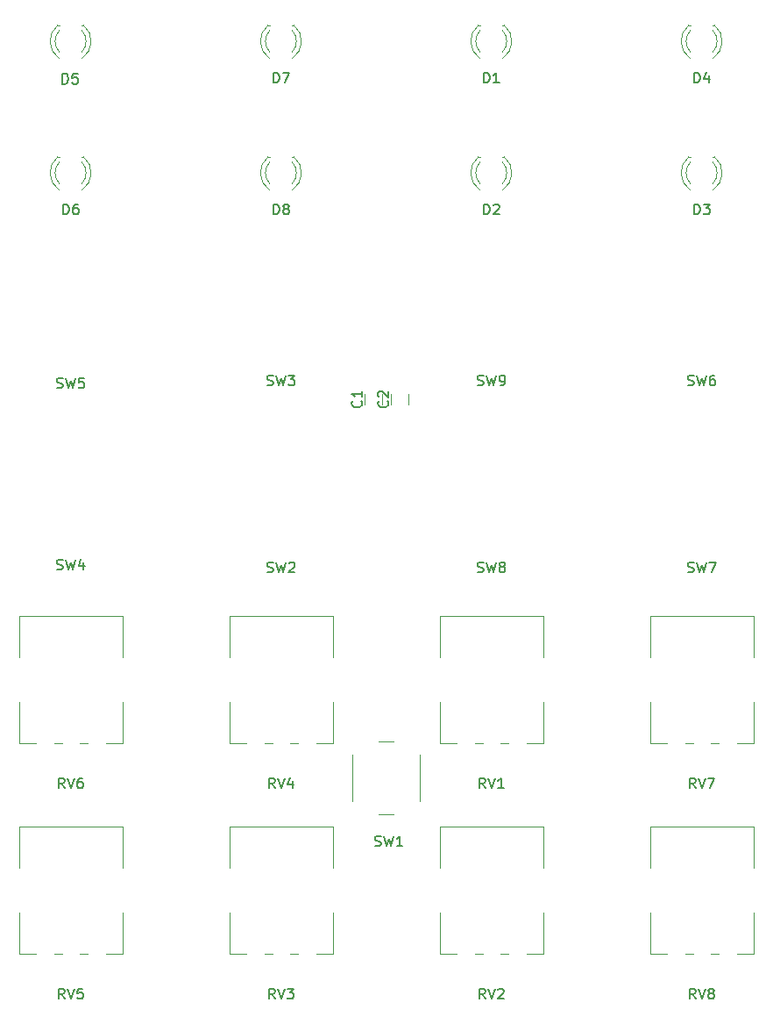
<source format=gbr>
G04 #@! TF.GenerationSoftware,KiCad,Pcbnew,(5.0.1-3-g963ef8bb5)*
G04 #@! TF.CreationDate,2018-11-04T19:12:54+08:00*
G04 #@! TF.ProjectId,SubSequence,53756253657175656E63652E6B696361,rev?*
G04 #@! TF.SameCoordinates,Original*
G04 #@! TF.FileFunction,Legend,Top*
G04 #@! TF.FilePolarity,Positive*
%FSLAX46Y46*%
G04 Gerber Fmt 4.6, Leading zero omitted, Abs format (unit mm)*
G04 Created by KiCad (PCBNEW (5.0.1-3-g963ef8bb5)) date 2018 November 04, Sunday 19:12:54*
%MOMM*%
%LPD*%
G01*
G04 APERTURE LIST*
%ADD10C,0.120000*%
%ADD11C,0.150000*%
G04 APERTURE END LIST*
D10*
G04 #@! TO.C,SW1*
X153149560Y-128560880D02*
X151649560Y-128560880D01*
X149149560Y-129810880D02*
X149149560Y-134310880D01*
X151649560Y-135560880D02*
X153149560Y-135560880D01*
X155649560Y-134310880D02*
X155649560Y-129810880D01*
G04 #@! TO.C,C1*
X151980000Y-96004000D02*
X151980000Y-95004000D01*
X150280000Y-95004000D02*
X150280000Y-96004000D01*
G04 #@! TO.C,C2*
X152820000Y-95004000D02*
X152820000Y-96004000D01*
X154520000Y-96004000D02*
X154520000Y-95004000D01*
G04 #@! TO.C,D8*
X143318608Y-75332335D02*
G75*
G03X143475516Y-72100000I-1078608J1672335D01*
G01*
X141161392Y-75332335D02*
G75*
G02X141004484Y-72100000I1078608J1672335D01*
G01*
X143319837Y-74701130D02*
G75*
G03X143320000Y-72619039I-1079837J1041130D01*
G01*
X141160163Y-74701130D02*
G75*
G02X141160000Y-72619039I1079837J1041130D01*
G01*
X143476000Y-72100000D02*
X143320000Y-72100000D01*
X141160000Y-72100000D02*
X141004000Y-72100000D01*
G04 #@! TO.C,D7*
X141160000Y-59400000D02*
X141004000Y-59400000D01*
X143476000Y-59400000D02*
X143320000Y-59400000D01*
X141160163Y-62001130D02*
G75*
G02X141160000Y-59919039I1079837J1041130D01*
G01*
X143319837Y-62001130D02*
G75*
G03X143320000Y-59919039I-1079837J1041130D01*
G01*
X141161392Y-62632335D02*
G75*
G02X141004484Y-59400000I1078608J1672335D01*
G01*
X143318608Y-62632335D02*
G75*
G03X143475516Y-59400000I-1078608J1672335D01*
G01*
G04 #@! TO.C,D6*
X122998608Y-75332335D02*
G75*
G03X123155516Y-72100000I-1078608J1672335D01*
G01*
X120841392Y-75332335D02*
G75*
G02X120684484Y-72100000I1078608J1672335D01*
G01*
X122999837Y-74701130D02*
G75*
G03X123000000Y-72619039I-1079837J1041130D01*
G01*
X120840163Y-74701130D02*
G75*
G02X120840000Y-72619039I1079837J1041130D01*
G01*
X123156000Y-72100000D02*
X123000000Y-72100000D01*
X120840000Y-72100000D02*
X120684000Y-72100000D01*
G04 #@! TO.C,D5*
X120840000Y-59400000D02*
X120684000Y-59400000D01*
X123156000Y-59400000D02*
X123000000Y-59400000D01*
X120840163Y-62001130D02*
G75*
G02X120840000Y-59919039I1079837J1041130D01*
G01*
X122999837Y-62001130D02*
G75*
G03X123000000Y-59919039I-1079837J1041130D01*
G01*
X120841392Y-62632335D02*
G75*
G02X120684484Y-59400000I1078608J1672335D01*
G01*
X122998608Y-62632335D02*
G75*
G03X123155516Y-59400000I-1078608J1672335D01*
G01*
G04 #@! TO.C,D3*
X183958608Y-75332335D02*
G75*
G03X184115516Y-72100000I-1078608J1672335D01*
G01*
X181801392Y-75332335D02*
G75*
G02X181644484Y-72100000I1078608J1672335D01*
G01*
X183959837Y-74701130D02*
G75*
G03X183960000Y-72619039I-1079837J1041130D01*
G01*
X181800163Y-74701130D02*
G75*
G02X181800000Y-72619039I1079837J1041130D01*
G01*
X184116000Y-72100000D02*
X183960000Y-72100000D01*
X181800000Y-72100000D02*
X181644000Y-72100000D01*
G04 #@! TO.C,D2*
X161480000Y-72100000D02*
X161324000Y-72100000D01*
X163796000Y-72100000D02*
X163640000Y-72100000D01*
X161480163Y-74701130D02*
G75*
G02X161480000Y-72619039I1079837J1041130D01*
G01*
X163639837Y-74701130D02*
G75*
G03X163640000Y-72619039I-1079837J1041130D01*
G01*
X161481392Y-75332335D02*
G75*
G02X161324484Y-72100000I1078608J1672335D01*
G01*
X163638608Y-75332335D02*
G75*
G03X163795516Y-72100000I-1078608J1672335D01*
G01*
G04 #@! TO.C,D1*
X163638608Y-62632335D02*
G75*
G03X163795516Y-59400000I-1078608J1672335D01*
G01*
X161481392Y-62632335D02*
G75*
G02X161324484Y-59400000I1078608J1672335D01*
G01*
X163639837Y-62001130D02*
G75*
G03X163640000Y-59919039I-1079837J1041130D01*
G01*
X161480163Y-62001130D02*
G75*
G02X161480000Y-59919039I1079837J1041130D01*
G01*
X163796000Y-59400000D02*
X163640000Y-59400000D01*
X161480000Y-59400000D02*
X161324000Y-59400000D01*
G04 #@! TO.C,D4*
X181800000Y-59400000D02*
X181644000Y-59400000D01*
X184116000Y-59400000D02*
X183960000Y-59400000D01*
X181800163Y-62001130D02*
G75*
G02X181800000Y-59919039I1079837J1041130D01*
G01*
X183959837Y-62001130D02*
G75*
G03X183960000Y-59919039I-1079837J1041130D01*
G01*
X181801392Y-62632335D02*
G75*
G02X181644484Y-59400000I1078608J1672335D01*
G01*
X183958608Y-62632335D02*
G75*
G03X184115516Y-59400000I-1078608J1672335D01*
G01*
G04 #@! TO.C,RV3*
X137259000Y-148980000D02*
X137259000Y-145043000D01*
X137259000Y-140676000D02*
X137259000Y-136740000D01*
X147300000Y-148980000D02*
X147300000Y-145043000D01*
X147300000Y-140676000D02*
X147300000Y-136740000D01*
X137259000Y-148980000D02*
X138909000Y-148980000D01*
X140651000Y-148980000D02*
X141410000Y-148980000D01*
X143151000Y-148980000D02*
X143910000Y-148980000D01*
X145650000Y-148980000D02*
X147300000Y-148980000D01*
X137259000Y-136740000D02*
X147300000Y-136740000D01*
G04 #@! TO.C,RV5*
X116939000Y-136740000D02*
X126980000Y-136740000D01*
X125330000Y-148980000D02*
X126980000Y-148980000D01*
X122831000Y-148980000D02*
X123590000Y-148980000D01*
X120331000Y-148980000D02*
X121090000Y-148980000D01*
X116939000Y-148980000D02*
X118589000Y-148980000D01*
X126980000Y-140676000D02*
X126980000Y-136740000D01*
X126980000Y-148980000D02*
X126980000Y-145043000D01*
X116939000Y-140676000D02*
X116939000Y-136740000D01*
X116939000Y-148980000D02*
X116939000Y-145043000D01*
G04 #@! TO.C,RV1*
X157579000Y-128660000D02*
X157579000Y-124723000D01*
X157579000Y-120356000D02*
X157579000Y-116420000D01*
X167620000Y-128660000D02*
X167620000Y-124723000D01*
X167620000Y-120356000D02*
X167620000Y-116420000D01*
X157579000Y-128660000D02*
X159229000Y-128660000D01*
X160971000Y-128660000D02*
X161730000Y-128660000D01*
X163471000Y-128660000D02*
X164230000Y-128660000D01*
X165970000Y-128660000D02*
X167620000Y-128660000D01*
X157579000Y-116420000D02*
X167620000Y-116420000D01*
G04 #@! TO.C,RV2*
X157579000Y-136740000D02*
X167620000Y-136740000D01*
X165970000Y-148980000D02*
X167620000Y-148980000D01*
X163471000Y-148980000D02*
X164230000Y-148980000D01*
X160971000Y-148980000D02*
X161730000Y-148980000D01*
X157579000Y-148980000D02*
X159229000Y-148980000D01*
X167620000Y-140676000D02*
X167620000Y-136740000D01*
X167620000Y-148980000D02*
X167620000Y-145043000D01*
X157579000Y-140676000D02*
X157579000Y-136740000D01*
X157579000Y-148980000D02*
X157579000Y-145043000D01*
G04 #@! TO.C,RV4*
X137259000Y-128660000D02*
X137259000Y-124723000D01*
X137259000Y-120356000D02*
X137259000Y-116420000D01*
X147300000Y-128660000D02*
X147300000Y-124723000D01*
X147300000Y-120356000D02*
X147300000Y-116420000D01*
X137259000Y-128660000D02*
X138909000Y-128660000D01*
X140651000Y-128660000D02*
X141410000Y-128660000D01*
X143151000Y-128660000D02*
X143910000Y-128660000D01*
X145650000Y-128660000D02*
X147300000Y-128660000D01*
X137259000Y-116420000D02*
X147300000Y-116420000D01*
G04 #@! TO.C,RV6*
X116939000Y-116420000D02*
X126980000Y-116420000D01*
X125330000Y-128660000D02*
X126980000Y-128660000D01*
X122831000Y-128660000D02*
X123590000Y-128660000D01*
X120331000Y-128660000D02*
X121090000Y-128660000D01*
X116939000Y-128660000D02*
X118589000Y-128660000D01*
X126980000Y-120356000D02*
X126980000Y-116420000D01*
X126980000Y-128660000D02*
X126980000Y-124723000D01*
X116939000Y-120356000D02*
X116939000Y-116420000D01*
X116939000Y-128660000D02*
X116939000Y-124723000D01*
G04 #@! TO.C,RV7*
X177899000Y-128660000D02*
X177899000Y-124723000D01*
X177899000Y-120356000D02*
X177899000Y-116420000D01*
X187940000Y-128660000D02*
X187940000Y-124723000D01*
X187940000Y-120356000D02*
X187940000Y-116420000D01*
X177899000Y-128660000D02*
X179549000Y-128660000D01*
X181291000Y-128660000D02*
X182050000Y-128660000D01*
X183791000Y-128660000D02*
X184550000Y-128660000D01*
X186290000Y-128660000D02*
X187940000Y-128660000D01*
X177899000Y-116420000D02*
X187940000Y-116420000D01*
G04 #@! TO.C,RV8*
X177899000Y-136740000D02*
X187940000Y-136740000D01*
X186290000Y-148980000D02*
X187940000Y-148980000D01*
X183791000Y-148980000D02*
X184550000Y-148980000D01*
X181291000Y-148980000D02*
X182050000Y-148980000D01*
X177899000Y-148980000D02*
X179549000Y-148980000D01*
X187940000Y-140676000D02*
X187940000Y-136740000D01*
X187940000Y-148980000D02*
X187940000Y-145043000D01*
X177899000Y-140676000D02*
X177899000Y-136740000D01*
X177899000Y-148980000D02*
X177899000Y-145043000D01*
G04 #@! TO.C,SW1*
D11*
X151320666Y-138580761D02*
X151463523Y-138628380D01*
X151701619Y-138628380D01*
X151796857Y-138580761D01*
X151844476Y-138533142D01*
X151892095Y-138437904D01*
X151892095Y-138342666D01*
X151844476Y-138247428D01*
X151796857Y-138199809D01*
X151701619Y-138152190D01*
X151511142Y-138104571D01*
X151415904Y-138056952D01*
X151368285Y-138009333D01*
X151320666Y-137914095D01*
X151320666Y-137818857D01*
X151368285Y-137723619D01*
X151415904Y-137676000D01*
X151511142Y-137628380D01*
X151749238Y-137628380D01*
X151892095Y-137676000D01*
X152225428Y-137628380D02*
X152463523Y-138628380D01*
X152654000Y-137914095D01*
X152844476Y-138628380D01*
X153082571Y-137628380D01*
X153987333Y-138628380D02*
X153415904Y-138628380D01*
X153701619Y-138628380D02*
X153701619Y-137628380D01*
X153606380Y-137771238D01*
X153511142Y-137866476D01*
X153415904Y-137914095D01*
G04 #@! TO.C,C1*
X149987142Y-95670666D02*
X150034761Y-95718285D01*
X150082380Y-95861142D01*
X150082380Y-95956380D01*
X150034761Y-96099238D01*
X149939523Y-96194476D01*
X149844285Y-96242095D01*
X149653809Y-96289714D01*
X149510952Y-96289714D01*
X149320476Y-96242095D01*
X149225238Y-96194476D01*
X149130000Y-96099238D01*
X149082380Y-95956380D01*
X149082380Y-95861142D01*
X149130000Y-95718285D01*
X149177619Y-95670666D01*
X150082380Y-94718285D02*
X150082380Y-95289714D01*
X150082380Y-95004000D02*
X149082380Y-95004000D01*
X149225238Y-95099238D01*
X149320476Y-95194476D01*
X149368095Y-95289714D01*
G04 #@! TO.C,C2*
X152527142Y-95670666D02*
X152574761Y-95718285D01*
X152622380Y-95861142D01*
X152622380Y-95956380D01*
X152574761Y-96099238D01*
X152479523Y-96194476D01*
X152384285Y-96242095D01*
X152193809Y-96289714D01*
X152050952Y-96289714D01*
X151860476Y-96242095D01*
X151765238Y-96194476D01*
X151670000Y-96099238D01*
X151622380Y-95956380D01*
X151622380Y-95861142D01*
X151670000Y-95718285D01*
X151717619Y-95670666D01*
X151717619Y-95289714D02*
X151670000Y-95242095D01*
X151622380Y-95146857D01*
X151622380Y-94908761D01*
X151670000Y-94813523D01*
X151717619Y-94765904D01*
X151812857Y-94718285D01*
X151908095Y-94718285D01*
X152050952Y-94765904D01*
X152622380Y-95337333D01*
X152622380Y-94718285D01*
G04 #@! TO.C,D8*
X141501904Y-77668380D02*
X141501904Y-76668380D01*
X141740000Y-76668380D01*
X141882857Y-76716000D01*
X141978095Y-76811238D01*
X142025714Y-76906476D01*
X142073333Y-77096952D01*
X142073333Y-77239809D01*
X142025714Y-77430285D01*
X141978095Y-77525523D01*
X141882857Y-77620761D01*
X141740000Y-77668380D01*
X141501904Y-77668380D01*
X142644761Y-77096952D02*
X142549523Y-77049333D01*
X142501904Y-77001714D01*
X142454285Y-76906476D01*
X142454285Y-76858857D01*
X142501904Y-76763619D01*
X142549523Y-76716000D01*
X142644761Y-76668380D01*
X142835238Y-76668380D01*
X142930476Y-76716000D01*
X142978095Y-76763619D01*
X143025714Y-76858857D01*
X143025714Y-76906476D01*
X142978095Y-77001714D01*
X142930476Y-77049333D01*
X142835238Y-77096952D01*
X142644761Y-77096952D01*
X142549523Y-77144571D01*
X142501904Y-77192190D01*
X142454285Y-77287428D01*
X142454285Y-77477904D01*
X142501904Y-77573142D01*
X142549523Y-77620761D01*
X142644761Y-77668380D01*
X142835238Y-77668380D01*
X142930476Y-77620761D01*
X142978095Y-77573142D01*
X143025714Y-77477904D01*
X143025714Y-77287428D01*
X142978095Y-77192190D01*
X142930476Y-77144571D01*
X142835238Y-77096952D01*
G04 #@! TO.C,D7*
X141501904Y-64968380D02*
X141501904Y-63968380D01*
X141740000Y-63968380D01*
X141882857Y-64016000D01*
X141978095Y-64111238D01*
X142025714Y-64206476D01*
X142073333Y-64396952D01*
X142073333Y-64539809D01*
X142025714Y-64730285D01*
X141978095Y-64825523D01*
X141882857Y-64920761D01*
X141740000Y-64968380D01*
X141501904Y-64968380D01*
X142406666Y-63968380D02*
X143073333Y-63968380D01*
X142644761Y-64968380D01*
G04 #@! TO.C,D6*
X121181904Y-77668380D02*
X121181904Y-76668380D01*
X121420000Y-76668380D01*
X121562857Y-76716000D01*
X121658095Y-76811238D01*
X121705714Y-76906476D01*
X121753333Y-77096952D01*
X121753333Y-77239809D01*
X121705714Y-77430285D01*
X121658095Y-77525523D01*
X121562857Y-77620761D01*
X121420000Y-77668380D01*
X121181904Y-77668380D01*
X122610476Y-76668380D02*
X122420000Y-76668380D01*
X122324761Y-76716000D01*
X122277142Y-76763619D01*
X122181904Y-76906476D01*
X122134285Y-77096952D01*
X122134285Y-77477904D01*
X122181904Y-77573142D01*
X122229523Y-77620761D01*
X122324761Y-77668380D01*
X122515238Y-77668380D01*
X122610476Y-77620761D01*
X122658095Y-77573142D01*
X122705714Y-77477904D01*
X122705714Y-77239809D01*
X122658095Y-77144571D01*
X122610476Y-77096952D01*
X122515238Y-77049333D01*
X122324761Y-77049333D01*
X122229523Y-77096952D01*
X122181904Y-77144571D01*
X122134285Y-77239809D01*
G04 #@! TO.C,D5*
X121131104Y-65069980D02*
X121131104Y-64069980D01*
X121369200Y-64069980D01*
X121512057Y-64117600D01*
X121607295Y-64212838D01*
X121654914Y-64308076D01*
X121702533Y-64498552D01*
X121702533Y-64641409D01*
X121654914Y-64831885D01*
X121607295Y-64927123D01*
X121512057Y-65022361D01*
X121369200Y-65069980D01*
X121131104Y-65069980D01*
X122607295Y-64069980D02*
X122131104Y-64069980D01*
X122083485Y-64546171D01*
X122131104Y-64498552D01*
X122226342Y-64450933D01*
X122464438Y-64450933D01*
X122559676Y-64498552D01*
X122607295Y-64546171D01*
X122654914Y-64641409D01*
X122654914Y-64879504D01*
X122607295Y-64974742D01*
X122559676Y-65022361D01*
X122464438Y-65069980D01*
X122226342Y-65069980D01*
X122131104Y-65022361D01*
X122083485Y-64974742D01*
G04 #@! TO.C,D3*
X182141904Y-77668380D02*
X182141904Y-76668380D01*
X182380000Y-76668380D01*
X182522857Y-76716000D01*
X182618095Y-76811238D01*
X182665714Y-76906476D01*
X182713333Y-77096952D01*
X182713333Y-77239809D01*
X182665714Y-77430285D01*
X182618095Y-77525523D01*
X182522857Y-77620761D01*
X182380000Y-77668380D01*
X182141904Y-77668380D01*
X183046666Y-76668380D02*
X183665714Y-76668380D01*
X183332380Y-77049333D01*
X183475238Y-77049333D01*
X183570476Y-77096952D01*
X183618095Y-77144571D01*
X183665714Y-77239809D01*
X183665714Y-77477904D01*
X183618095Y-77573142D01*
X183570476Y-77620761D01*
X183475238Y-77668380D01*
X183189523Y-77668380D01*
X183094285Y-77620761D01*
X183046666Y-77573142D01*
G04 #@! TO.C,D2*
X161821904Y-77668380D02*
X161821904Y-76668380D01*
X162060000Y-76668380D01*
X162202857Y-76716000D01*
X162298095Y-76811238D01*
X162345714Y-76906476D01*
X162393333Y-77096952D01*
X162393333Y-77239809D01*
X162345714Y-77430285D01*
X162298095Y-77525523D01*
X162202857Y-77620761D01*
X162060000Y-77668380D01*
X161821904Y-77668380D01*
X162774285Y-76763619D02*
X162821904Y-76716000D01*
X162917142Y-76668380D01*
X163155238Y-76668380D01*
X163250476Y-76716000D01*
X163298095Y-76763619D01*
X163345714Y-76858857D01*
X163345714Y-76954095D01*
X163298095Y-77096952D01*
X162726666Y-77668380D01*
X163345714Y-77668380D01*
G04 #@! TO.C,D1*
X161821904Y-64968380D02*
X161821904Y-63968380D01*
X162060000Y-63968380D01*
X162202857Y-64016000D01*
X162298095Y-64111238D01*
X162345714Y-64206476D01*
X162393333Y-64396952D01*
X162393333Y-64539809D01*
X162345714Y-64730285D01*
X162298095Y-64825523D01*
X162202857Y-64920761D01*
X162060000Y-64968380D01*
X161821904Y-64968380D01*
X163345714Y-64968380D02*
X162774285Y-64968380D01*
X163060000Y-64968380D02*
X163060000Y-63968380D01*
X162964761Y-64111238D01*
X162869523Y-64206476D01*
X162774285Y-64254095D01*
G04 #@! TO.C,D4*
X182141904Y-64968380D02*
X182141904Y-63968380D01*
X182380000Y-63968380D01*
X182522857Y-64016000D01*
X182618095Y-64111238D01*
X182665714Y-64206476D01*
X182713333Y-64396952D01*
X182713333Y-64539809D01*
X182665714Y-64730285D01*
X182618095Y-64825523D01*
X182522857Y-64920761D01*
X182380000Y-64968380D01*
X182141904Y-64968380D01*
X183570476Y-64301714D02*
X183570476Y-64968380D01*
X183332380Y-63920761D02*
X183094285Y-64635047D01*
X183713333Y-64635047D01*
G04 #@! TO.C,RV3*
X141644761Y-153360380D02*
X141311428Y-152884190D01*
X141073333Y-153360380D02*
X141073333Y-152360380D01*
X141454285Y-152360380D01*
X141549523Y-152408000D01*
X141597142Y-152455619D01*
X141644761Y-152550857D01*
X141644761Y-152693714D01*
X141597142Y-152788952D01*
X141549523Y-152836571D01*
X141454285Y-152884190D01*
X141073333Y-152884190D01*
X141930476Y-152360380D02*
X142263809Y-153360380D01*
X142597142Y-152360380D01*
X142835238Y-152360380D02*
X143454285Y-152360380D01*
X143120952Y-152741333D01*
X143263809Y-152741333D01*
X143359047Y-152788952D01*
X143406666Y-152836571D01*
X143454285Y-152931809D01*
X143454285Y-153169904D01*
X143406666Y-153265142D01*
X143359047Y-153312761D01*
X143263809Y-153360380D01*
X142978095Y-153360380D01*
X142882857Y-153312761D01*
X142835238Y-153265142D01*
G04 #@! TO.C,RV5*
X121324761Y-153360380D02*
X120991428Y-152884190D01*
X120753333Y-153360380D02*
X120753333Y-152360380D01*
X121134285Y-152360380D01*
X121229523Y-152408000D01*
X121277142Y-152455619D01*
X121324761Y-152550857D01*
X121324761Y-152693714D01*
X121277142Y-152788952D01*
X121229523Y-152836571D01*
X121134285Y-152884190D01*
X120753333Y-152884190D01*
X121610476Y-152360380D02*
X121943809Y-153360380D01*
X122277142Y-152360380D01*
X123086666Y-152360380D02*
X122610476Y-152360380D01*
X122562857Y-152836571D01*
X122610476Y-152788952D01*
X122705714Y-152741333D01*
X122943809Y-152741333D01*
X123039047Y-152788952D01*
X123086666Y-152836571D01*
X123134285Y-152931809D01*
X123134285Y-153169904D01*
X123086666Y-153265142D01*
X123039047Y-153312761D01*
X122943809Y-153360380D01*
X122705714Y-153360380D01*
X122610476Y-153312761D01*
X122562857Y-153265142D01*
G04 #@! TO.C,RV1*
X161964761Y-133040380D02*
X161631428Y-132564190D01*
X161393333Y-133040380D02*
X161393333Y-132040380D01*
X161774285Y-132040380D01*
X161869523Y-132088000D01*
X161917142Y-132135619D01*
X161964761Y-132230857D01*
X161964761Y-132373714D01*
X161917142Y-132468952D01*
X161869523Y-132516571D01*
X161774285Y-132564190D01*
X161393333Y-132564190D01*
X162250476Y-132040380D02*
X162583809Y-133040380D01*
X162917142Y-132040380D01*
X163774285Y-133040380D02*
X163202857Y-133040380D01*
X163488571Y-133040380D02*
X163488571Y-132040380D01*
X163393333Y-132183238D01*
X163298095Y-132278476D01*
X163202857Y-132326095D01*
G04 #@! TO.C,RV2*
X161964761Y-153360380D02*
X161631428Y-152884190D01*
X161393333Y-153360380D02*
X161393333Y-152360380D01*
X161774285Y-152360380D01*
X161869523Y-152408000D01*
X161917142Y-152455619D01*
X161964761Y-152550857D01*
X161964761Y-152693714D01*
X161917142Y-152788952D01*
X161869523Y-152836571D01*
X161774285Y-152884190D01*
X161393333Y-152884190D01*
X162250476Y-152360380D02*
X162583809Y-153360380D01*
X162917142Y-152360380D01*
X163202857Y-152455619D02*
X163250476Y-152408000D01*
X163345714Y-152360380D01*
X163583809Y-152360380D01*
X163679047Y-152408000D01*
X163726666Y-152455619D01*
X163774285Y-152550857D01*
X163774285Y-152646095D01*
X163726666Y-152788952D01*
X163155238Y-153360380D01*
X163774285Y-153360380D01*
G04 #@! TO.C,RV4*
X141644761Y-133040380D02*
X141311428Y-132564190D01*
X141073333Y-133040380D02*
X141073333Y-132040380D01*
X141454285Y-132040380D01*
X141549523Y-132088000D01*
X141597142Y-132135619D01*
X141644761Y-132230857D01*
X141644761Y-132373714D01*
X141597142Y-132468952D01*
X141549523Y-132516571D01*
X141454285Y-132564190D01*
X141073333Y-132564190D01*
X141930476Y-132040380D02*
X142263809Y-133040380D01*
X142597142Y-132040380D01*
X143359047Y-132373714D02*
X143359047Y-133040380D01*
X143120952Y-131992761D02*
X142882857Y-132707047D01*
X143501904Y-132707047D01*
G04 #@! TO.C,RV6*
X121324761Y-133040380D02*
X120991428Y-132564190D01*
X120753333Y-133040380D02*
X120753333Y-132040380D01*
X121134285Y-132040380D01*
X121229523Y-132088000D01*
X121277142Y-132135619D01*
X121324761Y-132230857D01*
X121324761Y-132373714D01*
X121277142Y-132468952D01*
X121229523Y-132516571D01*
X121134285Y-132564190D01*
X120753333Y-132564190D01*
X121610476Y-132040380D02*
X121943809Y-133040380D01*
X122277142Y-132040380D01*
X123039047Y-132040380D02*
X122848571Y-132040380D01*
X122753333Y-132088000D01*
X122705714Y-132135619D01*
X122610476Y-132278476D01*
X122562857Y-132468952D01*
X122562857Y-132849904D01*
X122610476Y-132945142D01*
X122658095Y-132992761D01*
X122753333Y-133040380D01*
X122943809Y-133040380D01*
X123039047Y-132992761D01*
X123086666Y-132945142D01*
X123134285Y-132849904D01*
X123134285Y-132611809D01*
X123086666Y-132516571D01*
X123039047Y-132468952D01*
X122943809Y-132421333D01*
X122753333Y-132421333D01*
X122658095Y-132468952D01*
X122610476Y-132516571D01*
X122562857Y-132611809D01*
G04 #@! TO.C,RV7*
X182284761Y-133040380D02*
X181951428Y-132564190D01*
X181713333Y-133040380D02*
X181713333Y-132040380D01*
X182094285Y-132040380D01*
X182189523Y-132088000D01*
X182237142Y-132135619D01*
X182284761Y-132230857D01*
X182284761Y-132373714D01*
X182237142Y-132468952D01*
X182189523Y-132516571D01*
X182094285Y-132564190D01*
X181713333Y-132564190D01*
X182570476Y-132040380D02*
X182903809Y-133040380D01*
X183237142Y-132040380D01*
X183475238Y-132040380D02*
X184141904Y-132040380D01*
X183713333Y-133040380D01*
G04 #@! TO.C,RV8*
X182284761Y-153360380D02*
X181951428Y-152884190D01*
X181713333Y-153360380D02*
X181713333Y-152360380D01*
X182094285Y-152360380D01*
X182189523Y-152408000D01*
X182237142Y-152455619D01*
X182284761Y-152550857D01*
X182284761Y-152693714D01*
X182237142Y-152788952D01*
X182189523Y-152836571D01*
X182094285Y-152884190D01*
X181713333Y-152884190D01*
X182570476Y-152360380D02*
X182903809Y-153360380D01*
X183237142Y-152360380D01*
X183713333Y-152788952D02*
X183618095Y-152741333D01*
X183570476Y-152693714D01*
X183522857Y-152598476D01*
X183522857Y-152550857D01*
X183570476Y-152455619D01*
X183618095Y-152408000D01*
X183713333Y-152360380D01*
X183903809Y-152360380D01*
X183999047Y-152408000D01*
X184046666Y-152455619D01*
X184094285Y-152550857D01*
X184094285Y-152598476D01*
X184046666Y-152693714D01*
X183999047Y-152741333D01*
X183903809Y-152788952D01*
X183713333Y-152788952D01*
X183618095Y-152836571D01*
X183570476Y-152884190D01*
X183522857Y-152979428D01*
X183522857Y-153169904D01*
X183570476Y-153265142D01*
X183618095Y-153312761D01*
X183713333Y-153360380D01*
X183903809Y-153360380D01*
X183999047Y-153312761D01*
X184046666Y-153265142D01*
X184094285Y-153169904D01*
X184094285Y-152979428D01*
X184046666Y-152884190D01*
X183999047Y-152836571D01*
X183903809Y-152788952D01*
G04 #@! TO.C,SW2*
X140906666Y-112164761D02*
X141049523Y-112212380D01*
X141287619Y-112212380D01*
X141382857Y-112164761D01*
X141430476Y-112117142D01*
X141478095Y-112021904D01*
X141478095Y-111926666D01*
X141430476Y-111831428D01*
X141382857Y-111783809D01*
X141287619Y-111736190D01*
X141097142Y-111688571D01*
X141001904Y-111640952D01*
X140954285Y-111593333D01*
X140906666Y-111498095D01*
X140906666Y-111402857D01*
X140954285Y-111307619D01*
X141001904Y-111260000D01*
X141097142Y-111212380D01*
X141335238Y-111212380D01*
X141478095Y-111260000D01*
X141811428Y-111212380D02*
X142049523Y-112212380D01*
X142240000Y-111498095D01*
X142430476Y-112212380D01*
X142668571Y-111212380D01*
X143001904Y-111307619D02*
X143049523Y-111260000D01*
X143144761Y-111212380D01*
X143382857Y-111212380D01*
X143478095Y-111260000D01*
X143525714Y-111307619D01*
X143573333Y-111402857D01*
X143573333Y-111498095D01*
X143525714Y-111640952D01*
X142954285Y-112212380D01*
X143573333Y-112212380D01*
G04 #@! TO.C,SW3*
X140906666Y-94130761D02*
X141049523Y-94178380D01*
X141287619Y-94178380D01*
X141382857Y-94130761D01*
X141430476Y-94083142D01*
X141478095Y-93987904D01*
X141478095Y-93892666D01*
X141430476Y-93797428D01*
X141382857Y-93749809D01*
X141287619Y-93702190D01*
X141097142Y-93654571D01*
X141001904Y-93606952D01*
X140954285Y-93559333D01*
X140906666Y-93464095D01*
X140906666Y-93368857D01*
X140954285Y-93273619D01*
X141001904Y-93226000D01*
X141097142Y-93178380D01*
X141335238Y-93178380D01*
X141478095Y-93226000D01*
X141811428Y-93178380D02*
X142049523Y-94178380D01*
X142240000Y-93464095D01*
X142430476Y-94178380D01*
X142668571Y-93178380D01*
X142954285Y-93178380D02*
X143573333Y-93178380D01*
X143240000Y-93559333D01*
X143382857Y-93559333D01*
X143478095Y-93606952D01*
X143525714Y-93654571D01*
X143573333Y-93749809D01*
X143573333Y-93987904D01*
X143525714Y-94083142D01*
X143478095Y-94130761D01*
X143382857Y-94178380D01*
X143097142Y-94178380D01*
X143001904Y-94130761D01*
X142954285Y-94083142D01*
G04 #@! TO.C,SW4*
X120586666Y-111910761D02*
X120729523Y-111958380D01*
X120967619Y-111958380D01*
X121062857Y-111910761D01*
X121110476Y-111863142D01*
X121158095Y-111767904D01*
X121158095Y-111672666D01*
X121110476Y-111577428D01*
X121062857Y-111529809D01*
X120967619Y-111482190D01*
X120777142Y-111434571D01*
X120681904Y-111386952D01*
X120634285Y-111339333D01*
X120586666Y-111244095D01*
X120586666Y-111148857D01*
X120634285Y-111053619D01*
X120681904Y-111006000D01*
X120777142Y-110958380D01*
X121015238Y-110958380D01*
X121158095Y-111006000D01*
X121491428Y-110958380D02*
X121729523Y-111958380D01*
X121920000Y-111244095D01*
X122110476Y-111958380D01*
X122348571Y-110958380D01*
X123158095Y-111291714D02*
X123158095Y-111958380D01*
X122920000Y-110910761D02*
X122681904Y-111625047D01*
X123300952Y-111625047D01*
G04 #@! TO.C,SW5*
X120586666Y-94384761D02*
X120729523Y-94432380D01*
X120967619Y-94432380D01*
X121062857Y-94384761D01*
X121110476Y-94337142D01*
X121158095Y-94241904D01*
X121158095Y-94146666D01*
X121110476Y-94051428D01*
X121062857Y-94003809D01*
X120967619Y-93956190D01*
X120777142Y-93908571D01*
X120681904Y-93860952D01*
X120634285Y-93813333D01*
X120586666Y-93718095D01*
X120586666Y-93622857D01*
X120634285Y-93527619D01*
X120681904Y-93480000D01*
X120777142Y-93432380D01*
X121015238Y-93432380D01*
X121158095Y-93480000D01*
X121491428Y-93432380D02*
X121729523Y-94432380D01*
X121920000Y-93718095D01*
X122110476Y-94432380D01*
X122348571Y-93432380D01*
X123205714Y-93432380D02*
X122729523Y-93432380D01*
X122681904Y-93908571D01*
X122729523Y-93860952D01*
X122824761Y-93813333D01*
X123062857Y-93813333D01*
X123158095Y-93860952D01*
X123205714Y-93908571D01*
X123253333Y-94003809D01*
X123253333Y-94241904D01*
X123205714Y-94337142D01*
X123158095Y-94384761D01*
X123062857Y-94432380D01*
X122824761Y-94432380D01*
X122729523Y-94384761D01*
X122681904Y-94337142D01*
G04 #@! TO.C,SW7*
X181546666Y-112164761D02*
X181689523Y-112212380D01*
X181927619Y-112212380D01*
X182022857Y-112164761D01*
X182070476Y-112117142D01*
X182118095Y-112021904D01*
X182118095Y-111926666D01*
X182070476Y-111831428D01*
X182022857Y-111783809D01*
X181927619Y-111736190D01*
X181737142Y-111688571D01*
X181641904Y-111640952D01*
X181594285Y-111593333D01*
X181546666Y-111498095D01*
X181546666Y-111402857D01*
X181594285Y-111307619D01*
X181641904Y-111260000D01*
X181737142Y-111212380D01*
X181975238Y-111212380D01*
X182118095Y-111260000D01*
X182451428Y-111212380D02*
X182689523Y-112212380D01*
X182880000Y-111498095D01*
X183070476Y-112212380D01*
X183308571Y-111212380D01*
X183594285Y-111212380D02*
X184260952Y-111212380D01*
X183832380Y-112212380D01*
G04 #@! TO.C,SW8*
X161226666Y-112164761D02*
X161369523Y-112212380D01*
X161607619Y-112212380D01*
X161702857Y-112164761D01*
X161750476Y-112117142D01*
X161798095Y-112021904D01*
X161798095Y-111926666D01*
X161750476Y-111831428D01*
X161702857Y-111783809D01*
X161607619Y-111736190D01*
X161417142Y-111688571D01*
X161321904Y-111640952D01*
X161274285Y-111593333D01*
X161226666Y-111498095D01*
X161226666Y-111402857D01*
X161274285Y-111307619D01*
X161321904Y-111260000D01*
X161417142Y-111212380D01*
X161655238Y-111212380D01*
X161798095Y-111260000D01*
X162131428Y-111212380D02*
X162369523Y-112212380D01*
X162560000Y-111498095D01*
X162750476Y-112212380D01*
X162988571Y-111212380D01*
X163512380Y-111640952D02*
X163417142Y-111593333D01*
X163369523Y-111545714D01*
X163321904Y-111450476D01*
X163321904Y-111402857D01*
X163369523Y-111307619D01*
X163417142Y-111260000D01*
X163512380Y-111212380D01*
X163702857Y-111212380D01*
X163798095Y-111260000D01*
X163845714Y-111307619D01*
X163893333Y-111402857D01*
X163893333Y-111450476D01*
X163845714Y-111545714D01*
X163798095Y-111593333D01*
X163702857Y-111640952D01*
X163512380Y-111640952D01*
X163417142Y-111688571D01*
X163369523Y-111736190D01*
X163321904Y-111831428D01*
X163321904Y-112021904D01*
X163369523Y-112117142D01*
X163417142Y-112164761D01*
X163512380Y-112212380D01*
X163702857Y-112212380D01*
X163798095Y-112164761D01*
X163845714Y-112117142D01*
X163893333Y-112021904D01*
X163893333Y-111831428D01*
X163845714Y-111736190D01*
X163798095Y-111688571D01*
X163702857Y-111640952D01*
G04 #@! TO.C,SW9*
X161226666Y-94130761D02*
X161369523Y-94178380D01*
X161607619Y-94178380D01*
X161702857Y-94130761D01*
X161750476Y-94083142D01*
X161798095Y-93987904D01*
X161798095Y-93892666D01*
X161750476Y-93797428D01*
X161702857Y-93749809D01*
X161607619Y-93702190D01*
X161417142Y-93654571D01*
X161321904Y-93606952D01*
X161274285Y-93559333D01*
X161226666Y-93464095D01*
X161226666Y-93368857D01*
X161274285Y-93273619D01*
X161321904Y-93226000D01*
X161417142Y-93178380D01*
X161655238Y-93178380D01*
X161798095Y-93226000D01*
X162131428Y-93178380D02*
X162369523Y-94178380D01*
X162560000Y-93464095D01*
X162750476Y-94178380D01*
X162988571Y-93178380D01*
X163417142Y-94178380D02*
X163607619Y-94178380D01*
X163702857Y-94130761D01*
X163750476Y-94083142D01*
X163845714Y-93940285D01*
X163893333Y-93749809D01*
X163893333Y-93368857D01*
X163845714Y-93273619D01*
X163798095Y-93226000D01*
X163702857Y-93178380D01*
X163512380Y-93178380D01*
X163417142Y-93226000D01*
X163369523Y-93273619D01*
X163321904Y-93368857D01*
X163321904Y-93606952D01*
X163369523Y-93702190D01*
X163417142Y-93749809D01*
X163512380Y-93797428D01*
X163702857Y-93797428D01*
X163798095Y-93749809D01*
X163845714Y-93702190D01*
X163893333Y-93606952D01*
G04 #@! TO.C,SW6*
X181546666Y-94130761D02*
X181689523Y-94178380D01*
X181927619Y-94178380D01*
X182022857Y-94130761D01*
X182070476Y-94083142D01*
X182118095Y-93987904D01*
X182118095Y-93892666D01*
X182070476Y-93797428D01*
X182022857Y-93749809D01*
X181927619Y-93702190D01*
X181737142Y-93654571D01*
X181641904Y-93606952D01*
X181594285Y-93559333D01*
X181546666Y-93464095D01*
X181546666Y-93368857D01*
X181594285Y-93273619D01*
X181641904Y-93226000D01*
X181737142Y-93178380D01*
X181975238Y-93178380D01*
X182118095Y-93226000D01*
X182451428Y-93178380D02*
X182689523Y-94178380D01*
X182880000Y-93464095D01*
X183070476Y-94178380D01*
X183308571Y-93178380D01*
X184118095Y-93178380D02*
X183927619Y-93178380D01*
X183832380Y-93226000D01*
X183784761Y-93273619D01*
X183689523Y-93416476D01*
X183641904Y-93606952D01*
X183641904Y-93987904D01*
X183689523Y-94083142D01*
X183737142Y-94130761D01*
X183832380Y-94178380D01*
X184022857Y-94178380D01*
X184118095Y-94130761D01*
X184165714Y-94083142D01*
X184213333Y-93987904D01*
X184213333Y-93749809D01*
X184165714Y-93654571D01*
X184118095Y-93606952D01*
X184022857Y-93559333D01*
X183832380Y-93559333D01*
X183737142Y-93606952D01*
X183689523Y-93654571D01*
X183641904Y-93749809D01*
G04 #@! TD*
M02*

</source>
